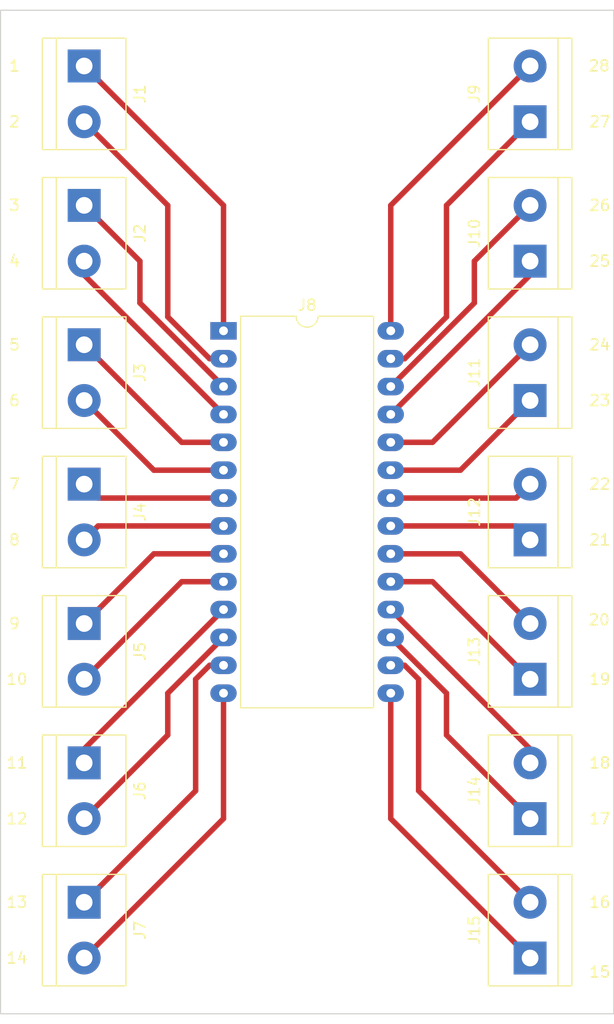
<source format=kicad_pcb>
(kicad_pcb (version 20211014) (generator pcbnew)
  (layers (0 "F.Cu" signal) (31 "B.Cu" signal) (34 "B.Paste" user) (35 "F.Paste" user) (36 "B.SilkS" user "B.Silkscreen") (37 "F.SilkS" user "F.Silkscreen") (38 "B.Mask" user) (39 "F.Mask" user) (44 "Edge.Cuts" user))
  (net 0 "")
  (net 1 "Net-(J15-Pad1)")
  (net 2 "Net-(J15-Pad2)")
  (net 3 "Net-(J14-Pad1)")
  (net 4 "Net-(J14-Pad2)")
  (net 5 "Net-(J13-Pad1)")
  (net 6 "Net-(J13-Pad2)")
  (net 7 "Net-(J12-Pad1)")
  (net 8 "Net-(J12-Pad2)")
  (net 9 "Net-(J11-Pad1)")
  (net 10 "Net-(J11-Pad2)")
  (net 11 "Net-(J10-Pad1)")
  (net 12 "Net-(J10-Pad2)")
  (net 13 "Net-(J8-Pad27)")
  (net 14 "Net-(J8-Pad28)")
  (net 15 "Net-(J1-Pad1)")
  (net 16 "Net-(J1-Pad2)")
  (net 17 "Net-(J2-Pad1)")
  (net 18 "Net-(J2-Pad2)")
  (net 19 "Net-(J3-Pad1)")
  (net 20 "Net-(J3-Pad2)")
  (net 21 "Net-(J4-Pad2)")
  (net 22 "Net-(J4-Pad1)")
  (net 23 "Net-(J5-Pad1)")
  (net 24 "Net-(J5-Pad2)")
  (net 25 "Net-(J6-Pad1)")
  (net 26 "Net-(J6-Pad2)")
  (net 27 "Net-(J7-Pad1)")
  (net 28 "Net-(J7-Pad2)")
  (footprint "Package_DIP:DIP-28_W15.24mm_LongPads" (layer "F.Cu") (at 78.74 69.85)
    (fp_text reference "J8" (at 7.62 -2.33) (layer "F.SilkS"))
    (fp_text value "Conn_02x14_Counter_Clockwise")
    (fp_line (start 6.62 -1.33) (end 1.56 -1.33) (layer "F.SilkS") (width 0.12))
    (fp_line (start 1.56 34.35) (end 13.68 34.35) (layer "F.SilkS") (width 0.12))
    (fp_line (start 1.56 -1.33) (end 1.56 34.35) (layer "F.SilkS") (width 0.12))
    (fp_line (start 13.68 -1.33) (end 8.62 -1.33) (layer "F.SilkS") (width 0.12))
    (fp_line (start 13.68 34.35) (end 13.68 -1.33) (layer "F.SilkS") (width 0.12))
    (fp_arc (start 8.62 -1.33) (mid 7.62 -0.33) (end 6.62 -1.33) (layer "F.SilkS") (width 0.12))
    (pad "1" thru_hole rect (at 0 0) (size 2.4 1.6) (drill 0.8) (layers *.Cu *.Mask) (net 15 "Net-(J1-Pad1)"))
    (pad "2" thru_hole oval (at 0 2.54) (size 2.4 1.6) (drill 0.8) (layers *.Cu *.Mask) (net 16 "Net-(J1-Pad2)"))
    (pad "3" thru_hole oval (at 0 5.08) (size 2.4 1.6) (drill 0.8) (layers *.Cu *.Mask) (net 17 "Net-(J2-Pad1)"))
    (pad "4" thru_hole oval (at 0 7.62) (size 2.4 1.6) (drill 0.8) (layers *.Cu *.Mask) (net 18 "Net-(J2-Pad2)"))
    (pad "5" thru_hole oval (at 0 10.16) (size 2.4 1.6) (drill 0.8) (layers *.Cu *.Mask) (net 19 "Net-(J3-Pad1)"))
    (pad "6" thru_hole oval (at 0 12.7) (size 2.4 1.6) (drill 0.8) (layers *.Cu *.Mask) (net 20 "Net-(J3-Pad2)"))
    (pad "7" thru_hole oval (at 0 15.24) (size 2.4 1.6) (drill 0.8) (layers *.Cu *.Mask) (net 22 "Net-(J4-Pad1)"))
    (pad "8" thru_hole oval (at 0 17.78) (size 2.4 1.6) (drill 0.8) (layers *.Cu *.Mask) (net 21 "Net-(J4-Pad2)"))
    (pad "9" thru_hole oval (at 0 20.32) (size 2.4 1.6) (drill 0.8) (layers *.Cu *.Mask) (net 23 "Net-(J5-Pad1)"))
    (pad "10" thru_hole oval (at 0 22.86) (size 2.4 1.6) (drill 0.8) (layers *.Cu *.Mask) (net 24 "Net-(J5-Pad2)"))
    (pad "11" thru_hole oval (at 0 25.4) (size 2.4 1.6) (drill 0.8) (layers *.Cu *.Mask) (net 25 "Net-(J6-Pad1)"))
    (pad "12" thru_hole oval (at 0 27.94) (size 2.4 1.6) (drill 0.8) (layers *.Cu *.Mask) (net 26 "Net-(J6-Pad2)"))
    (pad "13" thru_hole oval (at 0 30.48) (size 2.4 1.6) (drill 0.8) (layers *.Cu *.Mask) (net 27 "Net-(J7-Pad1)"))
    (pad "14" thru_hole oval (at 0 33.02) (size 2.4 1.6) (drill 0.8) (layers *.Cu *.Mask) (net 28 "Net-(J7-Pad2)"))
    (pad "15" thru_hole oval (at 15.24 33.02) (size 2.4 1.6) (drill 0.8) (layers *.Cu *.Mask) (net 1 "Net-(J15-Pad1)"))
    (pad "16" thru_hole oval (at 15.24 30.48) (size 2.4 1.6) (drill 0.8) (layers *.Cu *.Mask) (net 2 "Net-(J15-Pad2)"))
    (pad "17" thru_hole oval (at 15.24 27.94) (size 2.4 1.6) (drill 0.8) (layers *.Cu *.Mask) (net 3 "Net-(J14-Pad1)"))
    (pad "18" thru_hole oval (at 15.24 25.4) (size 2.4 1.6) (drill 0.8) (layers *.Cu *.Mask) (net 4 "Net-(J14-Pad2)"))
    (pad "19" thru_hole oval (at 15.24 22.86) (size 2.4 1.6) (drill 0.8) (layers *.Cu *.Mask) (net 5 "Net-(J13-Pad1)"))
    (pad "20" thru_hole oval (at 15.24 20.32) (size 2.4 1.6) (drill 0.8) (layers *.Cu *.Mask) (net 6 "Net-(J13-Pad2)"))
    (pad "21" thru_hole oval (at 15.24 17.78) (size 2.4 1.6) (drill 0.8) (layers *.Cu *.Mask) (net 7 "Net-(J12-Pad1)"))
    (pad "22" thru_hole oval (at 15.24 15.24) (size 2.4 1.6) (drill 0.8) (layers *.Cu *.Mask) (net 8 "Net-(J12-Pad2)"))
    (pad "23" thru_hole oval (at 15.24 12.7) (size 2.4 1.6) (drill 0.8) (layers *.Cu *.Mask) (net 9 "Net-(J11-Pad1)"))
    (pad "24" thru_hole oval (at 15.24 10.16) (size 2.4 1.6) (drill 0.8) (layers *.Cu *.Mask) (net 10 "Net-(J11-Pad2)"))
    (pad "25" thru_hole oval (at 15.24 7.62) (size 2.4 1.6) (drill 0.8) (layers *.Cu *.Mask) (net 11 "Net-(J10-Pad1)"))
    (pad "26" thru_hole oval (at 15.24 5.08) (size 2.4 1.6) (drill 0.8) (layers *.Cu *.Mask) (net 12 "Net-(J10-Pad2)"))
    (pad "27" thru_hole oval (at 15.24 2.54) (size 2.4 1.6) (drill 0.8) (layers *.Cu *.Mask) (net 13 "Net-(J8-Pad27)"))
    (pad "28" thru_hole oval (at 15.24 0) (size 2.4 1.6) (drill 0.8) (layers *.Cu *.Mask) (net 14 "Net-(J8-Pad28)"))
  )
  (footprint "TerminalBlock:TerminalBlock_bornier-2_P5.08mm" (layer "F.Cu") (at 106.68 50.8 90)
    (fp_text reference "J9" (at 2.54 -5.08 90) (layer "F.SilkS"))
    (fp_text value "Screw_Terminal_01x02")
    (fp_line (start 7.62 -3.81) (end -2.54 -3.81) (layer "F.SilkS") (width 0.12))
    (fp_line (start 7.62 2.54) (end -2.54 2.54) (layer "F.SilkS") (width 0.12))
    (fp_line (start 7.62 3.81) (end 7.62 -3.81) (layer "F.SilkS") (width 0.12))
    (fp_line (start -2.54 -3.81) (end -2.54 3.81) (layer "F.SilkS") (width 0.12))
    (fp_line (start -2.54 3.81) (end 7.62 3.81) (layer "F.SilkS") (width 0.12))
    (pad "1" thru_hole rect (at 0 0 90) (size 3 3) (drill 1.52) (layers *.Cu *.Mask) (net 13 "Net-(J8-Pad27)"))
    (pad "2" thru_hole circle (at 5.08 0 90) (size 3 3) (drill 1.52) (layers *.Cu *.Mask) (net 14 "Net-(J8-Pad28)"))
  )
  (footprint "TerminalBlock:TerminalBlock_bornier-2_P5.08mm" (layer "F.Cu") (at 66.04 109.22 -90)
    (fp_text reference "J6" (at 2.54 -5.08 90) (layer "F.SilkS"))
    (fp_text value "Screw_Terminal_01x02")
    (fp_line (start 7.62 2.54) (end -2.54 2.54) (layer "F.SilkS") (width 0.12))
    (fp_line (start 7.62 3.81) (end 7.62 -3.81) (layer "F.SilkS") (width 0.12))
    (fp_line (start -2.54 3.81) (end 7.62 3.81) (layer "F.SilkS") (width 0.12))
    (fp_line (start 7.62 -3.81) (end -2.54 -3.81) (layer "F.SilkS") (width 0.12))
    (fp_line (start -2.54 -3.81) (end -2.54 3.81) (layer "F.SilkS") (width 0.12))
    (pad "1" thru_hole rect (at 0 0 270) (size 3 3) (drill 1.52) (layers *.Cu *.Mask) (net 25 "Net-(J6-Pad1)"))
    (pad "2" thru_hole circle (at 5.08 0 270) (size 3 3) (drill 1.52) (layers *.Cu *.Mask) (net 26 "Net-(J6-Pad2)"))
  )
  (footprint "TerminalBlock:TerminalBlock_bornier-2_P5.08mm" (layer "F.Cu") (at 66.04 71.12 -90)
    (fp_text reference "J3" (at 2.54 -5.08 90) (layer "F.SilkS"))
    (fp_text value "Screw_Terminal_01x02")
    (fp_line (start -2.54 3.81) (end 7.62 3.81) (layer "F.SilkS") (width 0.12))
    (fp_line (start 7.62 2.54) (end -2.54 2.54) (layer "F.SilkS") (width 0.12))
    (fp_line (start -2.54 -3.81) (end -2.54 3.81) (layer "F.SilkS") (width 0.12))
    (fp_line (start 7.62 -3.81) (end -2.54 -3.81) (layer "F.SilkS") (width 0.12))
    (fp_line (start 7.62 3.81) (end 7.62 -3.81) (layer "F.SilkS") (width 0.12))
    (pad "1" thru_hole rect (at 0 0 270) (size 3 3) (drill 1.52) (layers *.Cu *.Mask) (net 19 "Net-(J3-Pad1)"))
    (pad "2" thru_hole circle (at 5.08 0 270) (size 3 3) (drill 1.52) (layers *.Cu *.Mask) (net 20 "Net-(J3-Pad2)"))
  )
  (footprint "TerminalBlock:TerminalBlock_bornier-2_P5.08mm" (layer "F.Cu") (at 66.04 45.72 -90)
    (fp_text reference "J1" (at 2.54 -5.08 90) (layer "F.SilkS"))
    (fp_text value "Screw_Terminal_01x02")
    (fp_line (start -2.54 -3.81) (end -2.54 3.81) (layer "F.SilkS") (width 0.12))
    (fp_line (start 7.62 3.81) (end 7.62 -3.81) (layer "F.SilkS") (width 0.12))
    (fp_line (start 7.62 -3.81) (end -2.54 -3.81) (layer "F.SilkS") (width 0.12))
    (fp_line (start -2.54 3.81) (end 7.62 3.81) (layer "F.SilkS") (width 0.12))
    (fp_line (start 7.62 2.54) (end -2.54 2.54) (layer "F.SilkS") (width 0.12))
    (pad "1" thru_hole rect (at 0 0 270) (size 3 3) (drill 1.52) (layers *.Cu *.Mask) (net 15 "Net-(J1-Pad1)"))
    (pad "2" thru_hole circle (at 5.08 0 270) (size 3 3) (drill 1.52) (layers *.Cu *.Mask) (net 16 "Net-(J1-Pad2)"))
  )
  (footprint "TerminalBlock:TerminalBlock_bornier-2_P5.08mm" (layer "F.Cu") (at 106.68 88.9 90)
    (fp_text reference "J12" (at 2.54 -5.08 90) (layer "F.SilkS"))
    (fp_text value "Screw_Terminal_01x02")
    (fp_line (start 7.62 -3.81) (end -2.54 -3.81) (layer "F.SilkS") (width 0.12))
    (fp_line (start 7.62 2.54) (end -2.54 2.54) (layer "F.SilkS") (width 0.12))
    (fp_line (start -2.54 3.81) (end 7.62 3.81) (layer "F.SilkS") (width 0.12))
    (fp_line (start -2.54 -3.81) (end -2.54 3.81) (layer "F.SilkS") (width 0.12))
    (fp_line (start 7.62 3.81) (end 7.62 -3.81) (layer "F.SilkS") (width 0.12))
    (pad "1" thru_hole rect (at 0 0 90) (size 3 3) (drill 1.52) (layers *.Cu *.Mask) (net 7 "Net-(J12-Pad1)"))
    (pad "2" thru_hole circle (at 5.08 0 90) (size 3 3) (drill 1.52) (layers *.Cu *.Mask) (net 8 "Net-(J12-Pad2)"))
  )
  (footprint "TerminalBlock:TerminalBlock_bornier-2_P5.08mm" (layer "F.Cu") (at 106.68 114.3 90)
    (fp_text reference "J14" (at 2.54 -5.08 90) (layer "F.SilkS"))
    (fp_text value "Screw_Terminal_01x02")
    (fp_line (start 7.62 2.54) (end -2.54 2.54) (layer "F.SilkS") (width 0.12))
    (fp_line (start -2.54 3.81) (end 7.62 3.81) (layer "F.SilkS") (width 0.12))
    (fp_line (start -2.54 -3.81) (end -2.54 3.81) (layer "F.SilkS") (width 0.12))
    (fp_line (start 7.62 -3.81) (end -2.54 -3.81) (layer "F.SilkS") (width 0.12))
    (fp_line (start 7.62 3.81) (end 7.62 -3.81) (layer "F.SilkS") (width 0.12))
    (pad "1" thru_hole rect (at 0 0 90) (size 3 3) (drill 1.52) (layers *.Cu *.Mask) (net 3 "Net-(J14-Pad1)"))
    (pad "2" thru_hole circle (at 5.08 0 90) (size 3 3) (drill 1.52) (layers *.Cu *.Mask) (net 4 "Net-(J14-Pad2)"))
  )
  (footprint "TerminalBlock:TerminalBlock_bornier-2_P5.08mm" (layer "F.Cu") (at 66.04 96.52 -90)
    (fp_text reference "J5" (at 2.54 -5.08 90) (layer "F.SilkS"))
    (fp_text value "Screw_Terminal_01x02")
    (fp_line (start -2.54 3.81) (end 7.62 3.81) (layer "F.SilkS") (width 0.12))
    (fp_line (start 7.62 3.81) (end 7.62 -3.81) (layer "F.SilkS") (width 0.12))
    (fp_line (start 7.62 2.54) (end -2.54 2.54) (layer "F.SilkS") (width 0.12))
    (fp_line (start 7.62 -3.81) (end -2.54 -3.81) (layer "F.SilkS") (width 0.12))
    (fp_line (start -2.54 -3.81) (end -2.54 3.81) (layer "F.SilkS") (width 0.12))
    (pad "1" thru_hole rect (at 0 0 270) (size 3 3) (drill 1.52) (layers *.Cu *.Mask) (net 23 "Net-(J5-Pad1)"))
    (pad "2" thru_hole circle (at 5.08 0 270) (size 3 3) (drill 1.52) (layers *.Cu *.Mask) (net 24 "Net-(J5-Pad2)"))
  )
  (footprint "TerminalBlock:TerminalBlock_bornier-2_P5.08mm" (layer "F.Cu") (at 106.68 101.6 90)
    (fp_text reference "J13" (at 2.54 -5.08 90) (layer "F.SilkS"))
    (fp_text value "Screw_Terminal_01x02")
    (fp_line (start 7.62 3.81) (end 7.62 -3.81) (layer "F.SilkS") (width 0.12))
    (fp_line (start 7.62 -3.81) (end -2.54 -3.81) (layer "F.SilkS") (width 0.12))
    (fp_line (start -2.54 -3.81) (end -2.54 3.81) (layer "F.SilkS") (width 0.12))
    (fp_line (start -2.54 3.81) (end 7.62 3.81) (layer "F.SilkS") (width 0.12))
    (fp_line (start 7.62 2.54) (end -2.54 2.54) (layer "F.SilkS") (width 0.12))
    (pad "1" thru_hole rect (at 0 0 90) (size 3 3) (drill 1.52) (layers *.Cu *.Mask) (net 5 "Net-(J13-Pad1)"))
    (pad "2" thru_hole circle (at 5.08 0 90) (size 3 3) (drill 1.52) (layers *.Cu *.Mask) (net 6 "Net-(J13-Pad2)"))
  )
  (footprint "TerminalBlock:TerminalBlock_bornier-2_P5.08mm" (layer "F.Cu") (at 106.68 76.2 90)
    (fp_text reference "J11" (at 2.54 -5.08 90) (layer "F.SilkS"))
    (fp_text value "Screw_Terminal_01x02")
    (fp_line (start 7.62 -3.81) (end -2.54 -3.81) (layer "F.SilkS") (width 0.12))
    (fp_line (start -2.54 3.81) (end 7.62 3.81) (layer "F.SilkS") (width 0.12))
    (fp_line (start 7.62 2.54) (end -2.54 2.54) (layer "F.SilkS") (width 0.12))
    (fp_line (start -2.54 -3.81) (end -2.54 3.81) (layer "F.SilkS") (width 0.12))
    (fp_line (start 7.62 3.81) (end 7.62 -3.81) (layer "F.SilkS") (width 0.12))
    (pad "1" thru_hole rect (at 0 0 90) (size 3 3) (drill 1.52) (layers *.Cu *.Mask) (net 9 "Net-(J11-Pad1)"))
    (pad "2" thru_hole circle (at 5.08 0 90) (size 3 3) (drill 1.52) (layers *.Cu *.Mask) (net 10 "Net-(J11-Pad2)"))
  )
  (footprint "TerminalBlock:TerminalBlock_bornier-2_P5.08mm" (layer "F.Cu") (at 106.68 127 90)
    (fp_text reference "J15" (at 2.54 -5.08 90) (layer "F.SilkS"))
    (fp_text value "Screw_Terminal_01x02")
    (fp_line (start 7.62 2.54) (end -2.54 2.54) (layer "F.SilkS") (width 0.12))
    (fp_line (start -2.54 -3.81) (end -2.54 3.81) (layer "F.SilkS") (width 0.12))
    (fp_line (start -2.54 3.81) (end 7.62 3.81) (layer "F.SilkS") (width 0.12))
    (fp_line (start 7.62 -3.81) (end -2.54 -3.81) (layer "F.SilkS") (width 0.12))
    (fp_line (start 7.62 3.81) (end 7.62 -3.81) (layer "F.SilkS") (width 0.12))
    (pad "1" thru_hole rect (at 0 0 90) (size 3 3) (drill 1.52) (layers *.Cu *.Mask) (net 1 "Net-(J15-Pad1)"))
    (pad "2" thru_hole circle (at 5.08 0 90) (size 3 3) (drill 1.52) (layers *.Cu *.Mask) (net 2 "Net-(J15-Pad2)"))
  )
  (footprint "TerminalBlock:TerminalBlock_bornier-2_P5.08mm" (layer "F.Cu") (at 106.68 63.5 90)
    (fp_text reference "J10" (at 2.54 -5.08 90) (layer "F.SilkS"))
    (fp_text value "Screw_Terminal_01x02")
    (fp_line (start -2.54 -3.81) (end -2.54 3.81) (layer "F.SilkS") (width 0.12))
    (fp_line (start 7.62 -3.81) (end -2.54 -3.81) (layer "F.SilkS") (width 0.12))
    (fp_line (start 7.62 3.81) (end 7.62 -3.81) (layer "F.SilkS") (width 0.12))
    (fp_line (start 7.62 2.54) (end -2.54 2.54) (layer "F.SilkS") (width 0.12))
    (fp_line (start -2.54 3.81) (end 7.62 3.81) (layer "F.SilkS") (width 0.12))
    (pad "1" thru_hole rect (at 0 0 90) (size 3 3) (drill 1.52) (layers *.Cu *.Mask) (net 11 "Net-(J10-Pad1)"))
    (pad "2" thru_hole circle (at 5.08 0 90) (size 3 3) (drill 1.52) (layers *.Cu *.Mask) (net 12 "Net-(J10-Pad2)"))
  )
  (footprint "TerminalBlock:TerminalBlock_bornier-2_P5.08mm" (layer "F.Cu") (at 66.04 121.92 -90)
    (fp_text reference "J7" (at 2.54 -5.08 90) (layer "F.SilkS"))
    (fp_text value "Screw_Terminal_01x02")
    (fp_line (start 7.62 -3.81) (end -2.54 -3.81) (layer "F.SilkS") (width 0.12))
    (fp_line (start 7.62 2.54) (end -2.54 2.54) (layer "F.SilkS") (width 0.12))
    (fp_line (start -2.54 3.81) (end 7.62 3.81) (layer "F.SilkS") (width 0.12))
    (fp_line (start 7.62 3.81) (end 7.62 -3.81) (layer "F.SilkS") (width 0.12))
    (fp_line (start -2.54 -3.81) (end -2.54 3.81) (layer "F.SilkS") (width 0.12))
    (pad "1" thru_hole rect (at 0 0 270) (size 3 3) (drill 1.52) (layers *.Cu *.Mask) (net 27 "Net-(J7-Pad1)"))
    (pad "2" thru_hole circle (at 5.08 0 270) (size 3 3) (drill 1.52) (layers *.Cu *.Mask) (net 28 "Net-(J7-Pad2)"))
  )
  (footprint "TerminalBlock:TerminalBlock_bornier-2_P5.08mm" (layer "F.Cu") (at 66.04 83.82 -90)
    (fp_text reference "J4" (at 2.54 -5.08 90) (layer "F.SilkS"))
    (fp_text value "Screw_Terminal_01x02")
    (fp_line (start -2.54 3.81) (end 7.62 3.81) (layer "F.SilkS") (width 0.12))
    (fp_line (start 7.62 -3.81) (end -2.54 -3.81) (layer "F.SilkS") (width 0.12))
    (fp_line (start 7.62 2.54) (end -2.54 2.54) (layer "F.SilkS") (width 0.12))
    (fp_line (start -2.54 -3.81) (end -2.54 3.81) (layer "F.SilkS") (width 0.12))
    (fp_line (start 7.62 3.81) (end 7.62 -3.81) (layer "F.SilkS") (width 0.12))
    (pad "1" thru_hole rect (at 0 0 270) (size 3 3) (drill 1.52) (layers *.Cu *.Mask) (net 22 "Net-(J4-Pad1)"))
    (pad "2" thru_hole circle (at 5.08 0 270) (size 3 3) (drill 1.52) (layers *.Cu *.Mask) (net 21 "Net-(J4-Pad2)"))
  )
  (footprint "TerminalBlock:TerminalBlock_bornier-2_P5.08mm" (layer "F.Cu") (at 66.04 58.42 -90)
    (fp_text reference "J2" (at 2.54 -5.08 90) (layer "F.SilkS"))
    (fp_text value "Screw_Terminal_01x02")
    (fp_line (start -2.54 -3.81) (end -2.54 3.81) (layer "F.SilkS") (width 0.12))
    (fp_line (start 7.62 3.81) (end 7.62 -3.81) (layer "F.SilkS") (width 0.12))
    (fp_line (start 7.62 -3.81) (end -2.54 -3.81) (layer "F.SilkS") (width 0.12))
    (fp_line (start 7.62 2.54) (end -2.54 2.54) (layer "F.SilkS") (width 0.12))
    (fp_line (start -2.54 3.81) (end 7.62 3.81) (layer "F.SilkS") (width 0.12))
    (pad "1" thru_hole rect (at 0 0 270) (size 3 3) (drill 1.52) (layers *.Cu *.Mask) (net 17 "Net-(J2-Pad1)"))
    (pad "2" thru_hole circle (at 5.08 0 270) (size 3 3) (drill 1.52) (layers *.Cu *.Mask) (net 18 "Net-(J2-Pad2)"))
  )
  (gr_rect (start 58.42 40.64) (end 114.3 132.08) (layer "Edge.Cuts") (width 0.1) (fill none))
  (gr_text "12" (at 60.96 114.3) (layer "F.SilkS") (effects (font (size 1 1)) (justify right)))
  (gr_text "15" (at 113.03 128.27) (layer "F.SilkS") (effects (font (size 1 1))))
  (gr_text "23" (at 113.03 76.2) (layer "F.SilkS") (effects (font (size 1 1))))
  (gr_text "28" (at 112.973525 45.704569) (layer "F.SilkS") (effects (font (size 1 1))))
  (gr_text "21" (at 113.03 88.9) (layer "F.SilkS") (effects (font (size 1 1))))
  (gr_text "14" (at 60.96 127) (layer "F.SilkS") (effects (font (size 1 1)) (justify right)))
  (gr_text "27" (at 113.03 50.8) (layer "F.SilkS") (effects (font (size 1 1))))
  (gr_text "5" (at 59.69 71.12) (layer "F.SilkS") (effects (font (size 1 1))))
  (gr_text "25" (at 113.03 63.5) (layer "F.SilkS") (effects (font (size 1 1))))
  (gr_text "2" (at 59.69 50.8) (layer "F.SilkS") (effects (font (size 1 1))))
  (gr_text "22" (at 113.03 83.82) (layer "F.SilkS") (effects (font (size 1 1))))
  (gr_text "26" (at 113.03 58.42) (layer "F.SilkS") (effects (font (size 1 1))))
  (gr_text "10" (at 60.96 101.6) (layer "F.SilkS") (effects (font (size 1 1)) (justify right)))
  (gr_text "19" (at 113.03 101.6) (layer "F.SilkS") (effects (font (size 1 1))))
  (gr_text "9" (at 59.69 96.52) (layer "F.SilkS") (effects (font (size 1 1))))
  (gr_text "13" (at 60.96 121.92) (layer "F.SilkS") (effects (font (size 1 1)) (justify right)))
  (gr_text "17" (at 113.03 114.3) (layer "F.SilkS") (effects (font (size 1 1))))
  (gr_text "1" (at 59.69 45.72) (layer "F.SilkS") (effects (font (size 1 1))))
  (gr_text "16" (at 113.03 121.92) (layer "F.SilkS") (effects (font (size 1 1))))
  (gr_text "11" (at 60.96 109.22) (layer "F.SilkS") (effects (font (size 1 1)) (justify right)))
  (gr_text "24" (at 113.03 71.12) (layer "F.SilkS") (effects (font (size 1 1))))
  (gr_text "18" (at 113.03 109.22) (layer "F.SilkS") (effects (font (size 1 1))))
  (gr_text "6" (at 59.69 76.2) (layer "F.SilkS") (effects (font (size 1 1))))
  (gr_text "8" (at 59.69 88.9) (layer "F.SilkS") (effects (font (size 1 1))))
  (gr_text "4" (at 59.69 63.5) (layer "F.SilkS") (effects (font (size 1 1))))
  (gr_text "3" (at 59.69 58.42) (layer "F.SilkS") (effects (font (size 1 1))))
  (gr_text "7" (at 59.69 83.82) (layer "F.SilkS") (effects (font (size 1 1))))
  (gr_text "20" (at 112.973525 96.178055) (layer "F.SilkS") (effects (font (size 1 1))))
  (segment (start 93.98 102.87) (end 93.98 114.3) (width 0.5) (layer "F.Cu") (net 1))
  (segment (start 93.98 114.3) (end 106.68 127) (width 0.5) (layer "F.Cu") (net 1))
  (segment (start 96.52 101.6) (end 96.52 111.76) (width 0.5) (layer "F.Cu") (net 2))
  (segment (start 95.25 100.33) (end 96.52 101.6) (width 0.5) (layer "F.Cu") (net 2))
  (segment (start 93.98 100.33) (end 95.25 100.33) (width 0.5) (layer "F.Cu") (net 2))
  (segment (start 96.52 111.76) (end 106.68 121.92) (width 0.5) (layer "F.Cu") (net 2))
  (segment (start 99.06 106.68) (end 106.68 114.3) (width 0.5) (layer "F.Cu") (net 3))
  (segment (start 93.98 97.79) (end 99.06 102.87) (width 0.5) (layer "F.Cu") (net 3))
  (segment (start 99.06 102.87) (end 99.06 106.68) (width 0.5) (layer "F.Cu") (net 3))
  (segment (start 106.68 107.95) (end 106.68 109.22) (width 0.5) (layer "F.Cu") (net 4))
  (segment (start 93.98 95.25) (end 106.68 107.95) (width 0.5) (layer "F.Cu") (net 4))
  (segment (start 97.79 92.71) (end 106.68 101.6) (width 0.5) (layer "F.Cu") (net 5))
  (segment (start 93.98 92.71) (end 97.79 92.71) (width 0.5) (layer "F.Cu") (net 5))
  (segment (start 100.33 90.17) (end 106.68 96.52) (width 0.5) (layer "F.Cu") (net 6))
  (segment (start 93.98 90.17) (end 100.33 90.17) (width 0.5) (layer "F.Cu") (net 6))
  (segment (start 105.41 87.63) (end 106.68 88.9) (width 0.5) (layer "F.Cu") (net 7))
  (segment (start 93.98 87.63) (end 105.41 87.63) (width 0.5) (layer "F.Cu") (net 7))
  (segment (start 105.41 85.09) (end 106.68 83.82) (width 0.5) (layer "F.Cu") (net 8))
  (segment (start 93.98 85.09) (end 105.41 85.09) (width 0.5) (layer "F.Cu") (net 8))
  (segment (start 93.98 82.55) (end 100.33 82.55) (width 0.5) (layer "F.Cu") (net 9))
  (segment (start 100.33 82.55) (end 106.68 76.2) (width 0.5) (layer "F.Cu") (net 9))
  (segment (start 97.79 80.01) (end 106.68 71.12) (width 0.5) (layer "F.Cu") (net 10))
  (segment (start 93.98 80.01) (end 97.79 80.01) (width 0.5) (layer "F.Cu") (net 10))
  (segment (start 106.68 64.77) (end 106.68 63.5) (width 0.5) (layer "F.Cu") (net 11))
  (segment (start 93.98 77.47) (end 106.68 64.77) (width 0.5) (layer "F.Cu") (net 11))
  (segment (start 101.6 63.5) (end 106.68 58.42) (width 0.5) (layer "F.Cu") (net 12))
  (segment (start 93.98 74.93) (end 101.6 67.31) (width 0.5) (layer "F.Cu") (net 12))
  (segment (start 101.6 67.31) (end 101.6 63.5) (width 0.5) (layer "F.Cu") (net 12))
  (segment (start 99.06 58.42) (end 106.68 50.8) (width 0.5) (layer "F.Cu") (net 13))
  (segment (start 95.25 72.39) (end 99.06 68.58) (width 0.5) (layer "F.Cu") (net 13))
  (segment (start 93.98 72.39) (end 95.25 72.39) (width 0.5) (layer "F.Cu") (net 13))
  (segment (start 99.06 68.58) (end 99.06 58.42) (width 0.5) (layer "F.Cu") (net 13))
  (segment (start 93.98 58.42) (end 106.68 45.72) (width 0.5) (layer "F.Cu") (net 14))
  (segment (start 93.98 69.85) (end 93.98 58.42) (width 0.5) (layer "F.Cu") (net 14))
  (segment (start 78.74 58.42) (end 66.04 45.72) (width 0.5) (layer "F.Cu") (net 15))
  (segment (start 78.74 69.85) (end 78.74 58.42) (width 0.5) (layer "F.Cu") (net 15))
  (segment (start 77.47 72.39) (end 73.66 68.58) (width 0.5) (layer "F.Cu") (net 16))
  (segment (start 73.66 58.42) (end 66.04 50.8) (width 0.5) (layer "F.Cu") (net 16))
  (segment (start 78.74 72.39) (end 77.47 72.39) (width 0.5) (layer "F.Cu") (net 16))
  (segment (start 73.66 68.58) (end 73.66 58.42) (width 0.5) (layer "F.Cu") (net 16))
  (segment (start 71.12 67.31) (end 71.12 63.5) (width 0.5) (layer "F.Cu") (net 17))
  (segment (start 71.12 63.5) (end 66.04 58.42) (width 0.5) (layer "F.Cu") (net 17))
  (segment (start 78.74 74.93) (end 71.12 67.31) (width 0.5) (layer "F.Cu") (net 17))
  (segment (start 78.74 77.47) (end 66.04 64.77) (width 0.5) (layer "F.Cu") (net 18))
  (segment (start 66.04 64.77) (end 66.04 63.5) (width 0.5) (layer "F.Cu") (net 18))
  (segment (start 74.93 80.01) (end 66.04 71.12) (width 0.5) (layer "F.Cu") (net 19))
  (segment (start 78.74 80.01) (end 74.93 80.01) (width 0.5) (layer "F.Cu") (net 19))
  (segment (start 72.39 82.55) (end 66.04 76.2) (width 0.5) (layer "F.Cu") (net 20))
  (segment (start 78.74 82.55) (end 72.39 82.55) (width 0.5) (layer "F.Cu") (net 20))
  (segment (start 67.31 87.63) (end 66.04 88.9) (width 0.5) (layer "F.Cu") (net 21))
  (segment (start 78.74 87.63) (end 67.31 87.63) (width 0.5) (layer "F.Cu") (net 21))
  (segment (start 67.31 85.09) (end 66.04 83.82) (width 0.5) (layer "F.Cu") (net 22))
  (segment (start 78.74 85.09) (end 67.31 85.09) (width 0.5) (layer "F.Cu") (net 22))
  (segment (start 72.39 90.17) (end 66.04 96.52) (width 0.5) (layer "F.Cu") (net 23))
  (segment (start 78.74 90.17) (end 72.39 90.17) (width 0.5) (layer "F.Cu") (net 23))
  (segment (start 74.93 92.71) (end 66.04 101.6) (width 0.5) (layer "F.Cu") (net 24))
  (segment (start 78.74 92.71) (end 74.93 92.71) (width 0.5) (layer "F.Cu") (net 24))
  (segment (start 78.74 95.25) (end 66.04 107.95) (width 0.5) (layer "F.Cu") (net 25))
  (segment (start 66.04 107.95) (end 66.04 109.22) (width 0.5) (layer "F.Cu") (net 25))
  (segment (start 73.66 102.87) (end 73.66 106.68) (width 0.5) (layer "F.Cu") (net 26))
  (segment (start 78.74 97.79) (end 73.66 102.87) (width 0.5) (layer "F.Cu") (net 26))
  (segment (start 73.66 106.68) (end 66.04 114.3) (width 0.5) (layer "F.Cu") (net 26))
  (segment (start 76.2 101.6) (end 76.2 111.76) (width 0.5) (layer "F.Cu") (net 27))
  (segment (start 77.47 100.33) (end 76.2 101.6) (width 0.5) (layer "F.Cu") (net 27))
  (segment (start 76.2 111.76) (end 66.04 121.92) (width 0.5) (layer "F.Cu") (net 27))
  (segment (start 78.74 100.33) (end 77.47 100.33) (width 0.5) (layer "F.Cu") (net 27))
  (segment (start 78.74 114.3) (end 66.04 127) (width 0.5) (layer "F.Cu") (net 28))
  (segment (start 78.74 102.87) (end 78.74 114.3) (width 0.5) (layer "F.Cu") (net 28))
)
</source>
